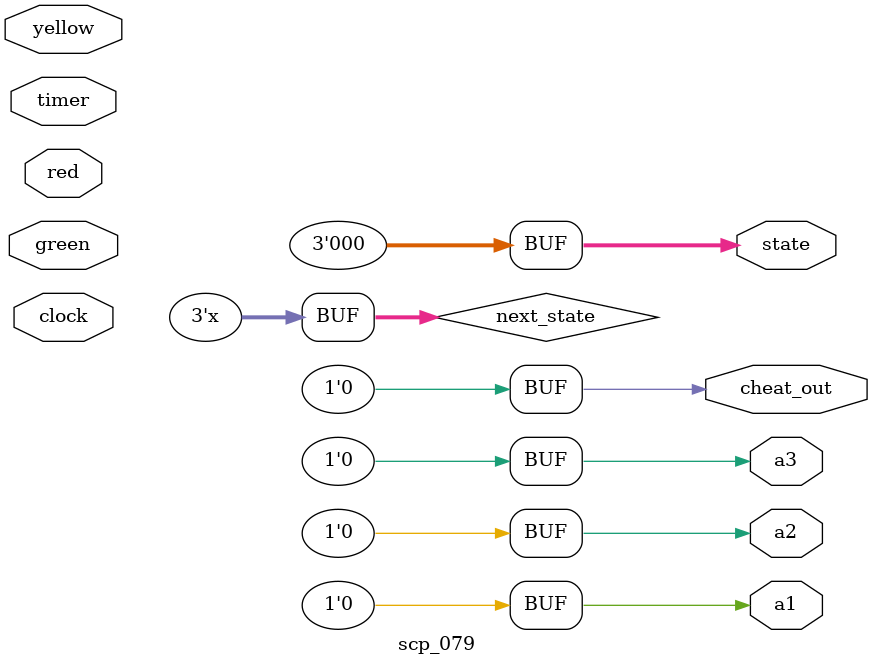
<source format=v>
`timescale 1 s / 1s

module scp_079(input green,input yellow,input red,input clock,
output [2:0] state,input [5:0]timer,
output reg a1,output reg a2,output reg  a3,output reg cheat_out);
//a1:attack security output 
//a2:attack database output
//a3:attack control system output
reg [2:0]state;
reg [2:0]next_state=3'b000;

parameter s0 =3'b000, s1 = 3'b001 , s2 =3'b010,
          s3 =3'b011, s4 = 3'b100, s5= 3'b101;
          //s0:lay low state s1:cheat state s2:attack security state
          //s3:attack database state s4:fail state s5:connect state
          

always@(posedge clock)begin
state<=next_state;
end

always @(state,red,green,yellow,timer)begin
case(state)

s0: 
if(red ==1) begin 
next_state =s1;
cheat_out=1;
end

else if(green == 1 && red==0 && yellow==0 && timer>=6'b100011)begin 
next_state = s2; 
a1=1 ;
end

else if(yellow == 1 && red==0) begin
a1=0;a2=0;a3=0;
next_state = s0;
end

s1: if(red ==1 && timer>=6'b011001) begin 
next_state = s4;
end

else if(red==0 && timer>=6'b011001)begin 
    next_state = s0; 
    a1=0; a2=0; a3=0;
    cheat_out=0;
    end

s2: if(green == 1 && red==0 && yellow==0 && timer==6'b010100) begin 
next_state = s3;
a2 = 1;
end
else if(red ==1) begin 
cheat_out=1;
next_state =s1;
end
else if(yellow ==1 && red==0) begin 
next_state =s0; 
a1 =0;
end

s3: 
if(red==1) begin 
 cheat_out=1;
 next_state=s1;
end

else if(yellow == 1 && red==0) begin
a2 =1;
next_state = s2;
end

else if(green == 1 && red==0 && yellow==0 && timer == 6'b001001)begin
 a3 =1; 
 next_state = s5;
end
s4:begin end

s5:begin end
default begin a1=0; a2=0; a3=0; cheat_out =0; state = 3'b000; end

endcase
end
endmodule
</source>
